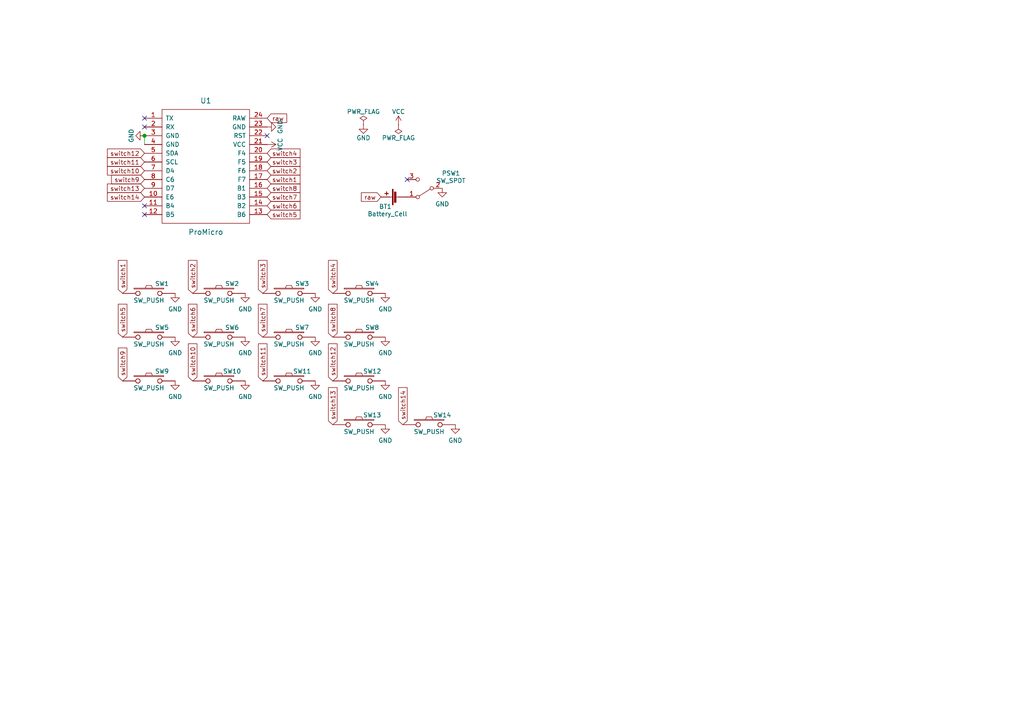
<source format=kicad_sch>
(kicad_sch (version 20211123) (generator eeschema)
  (paper "A4")
  (title_block (title "Ant") (date "2022-01-01") (rev "0.1") (company "jmnw"))
  (lib_symbols
    (symbol "Device:Battery_Cell" (pin_numbers hide) (pin_names (offset 0) hide)
      (property "Reference" "BT" (at 2.54 2.54 0))
      (property "Value" "Battery_Cell" (at 2.54 0 0))
      (symbol "Battery_Cell_0_1"
        (rectangle (start -2.286 1.778) (end 2.286 1.524) (fill (type outline)))
        (rectangle (start -1.5748 1.1938) (end 1.4732 0.6858) (fill (type outline)))
        (polyline (pts (xy 0 0.762) (xy 0 0)))
        (polyline (pts (xy 0 1.778) (xy 0 2.54)))
        (polyline (pts (xy 0.508 3.429) (xy 1.524 3.429)) (stroke (width 0.254)))
        (polyline (pts (xy 1.016 3.937) (xy 1.016 2.921)) (stroke (width 0.254)))
      )
      (symbol "Battery_Cell_1_1"
        (pin passive line (at 0 5.08 270) (length 2.54) (name "+") (number "1"))
        (pin passive line (at 0 -2.54 90) (length 2.54) (name "-") (number "2"))
      )
    )
    (symbol "Switch:SW_SPDT" (pin_names (offset 0) hide)
      (property "Reference" "SW" (at 0 4.318 0))
      (property "Value" "SW_SPDT" (at 0 -5.08 0))
      (symbol "SW_SPDT_0_0"
        (circle (center -2.032 0) (radius 0.508))
        (circle (center 2.032 -2.54) (radius 0.508))
      )
      (symbol "SW_SPDT_0_1"
        (polyline (pts (xy -1.524 0.254) (xy 1.651 2.286)))
        (circle (center 2.032 2.54) (radius 0.508))
      )
      (symbol "SW_SPDT_1_1"
        (pin passive line (at 5.08 2.54 180) (length 2.54) (name "A") (number "1"))
        (pin passive line (at -5.08 0 0) (length 2.54) (name "B") (number "2"))
        (pin passive line (at 5.08 -2.54 180) (length 2.54) (name "C") (number "3"))
      )
    )
    (symbol "bugs:ProMicro-kbd" (pin_names (offset 1.016))
      (property "Reference" "U" (at 0 24.13 0))
      (property "Value" "ProMicro-kbd" (at 0 -13.97 0))
      (symbol "ProMicro-kbd_0_1"
        (rectangle (start -12.7 21.59) (end 12.7 -11.43))
      )
      (symbol "ProMicro-kbd_1_1"
        (pin bidirectional line (at -17.78 19.05 0) (length 5.08) (name "TX") (number "1"))
        (pin bidirectional line (at -17.78 -3.81 0) (length 5.08) (name "E6") (number "10"))
        (pin bidirectional line (at -17.78 -6.35 0) (length 5.08) (name "B4") (number "11"))
        (pin bidirectional line (at -17.78 -8.89 0) (length 5.08) (name "B5") (number "12"))
        (pin bidirectional line (at 17.78 -8.89 180) (length 5.08) (name "B6") (number "13"))
        (pin bidirectional line (at 17.78 -6.35 180) (length 5.08) (name "B2") (number "14"))
        (pin bidirectional line (at 17.78 -3.81 180) (length 5.08) (name "B3") (number "15"))
        (pin bidirectional line (at 17.78 -1.27 180) (length 5.08) (name "B1") (number "16"))
        (pin bidirectional line (at 17.78 1.27 180) (length 5.08) (name "F7") (number "17"))
        (pin bidirectional line (at 17.78 3.81 180) (length 5.08) (name "F6") (number "18"))
        (pin bidirectional line (at 17.78 6.35 180) (length 5.08) (name "F5") (number "19"))
        (pin bidirectional line (at -17.78 16.51 0) (length 5.08) (name "RX") (number "2"))
        (pin bidirectional line (at 17.78 8.89 180) (length 5.08) (name "F4") (number "20"))
        (pin power_in line (at 17.78 11.43 180) (length 5.08) (name "VCC") (number "21"))
        (pin input line (at 17.78 13.97 180) (length 5.08) (name "RST") (number "22"))
        (pin power_in line (at 17.78 16.51 180) (length 5.08) (name "GND") (number "23"))
        (pin power_out line (at 17.78 19.05 180) (length 5.08) (name "RAW") (number "24"))
        (pin power_in line (at -17.78 13.97 0) (length 5.08) (name "GND") (number "3"))
        (pin power_in line (at -17.78 11.43 0) (length 5.08) (name "GND") (number "4"))
        (pin bidirectional line (at -17.78 8.89 0) (length 5.08) (name "SDA") (number "5"))
        (pin bidirectional line (at -17.78 6.35 0) (length 5.08) (name "SCL") (number "6"))
        (pin bidirectional line (at -17.78 3.81 0) (length 5.08) (name "D4") (number "7"))
        (pin bidirectional line (at -17.78 1.27 0) (length 5.08) (name "C6") (number "8"))
        (pin bidirectional line (at -17.78 -1.27 0) (length 5.08) (name "D7") (number "9"))
      )
    )
    (symbol "knott:SW_PUSH-kbd" (pin_numbers hide) (pin_names (offset 1.016) hide)
      (property "Reference" "SW" (at 3.81 2.794 0))
      (property "Value" "SW_PUSH-kbd" (at 0 -2.032 0))
      (symbol "SW_PUSH-kbd_0_1"
        (rectangle (start -4.318 1.27) (end 4.318 1.524))
        (polyline (pts (xy -1.016 1.524) (xy -0.762 2.286) (xy 0.762 2.286) (xy 1.016 1.524)))
        (pin passive inverted (at -7.62 0 0) (length 5.08) (name "1") (number "1"))
        (pin passive inverted (at 7.62 0 180) (length 5.08) (name "2") (number "2"))
      )
    )
    (symbol "power:GND" (power) (pin_names (offset 0))
      (property "Value" "GND" (at 0 -3.81 0))
      (symbol "GND_0_1"
        (polyline (pts (xy 0 0) (xy 0 -1.27) (xy 1.27 -1.27) (xy 0 -2.54) (xy -1.27 -1.27) (xy 0 -1.27)))
      )
      (symbol "GND_1_1"
        (pin power_in line (at 0 0 270) (length 0) hide (name "GND") (number "1"))
      )
    )
    (symbol "power:PWR_FLAG" (power) (pin_numbers hide) (pin_names (offset 0) hide)
      (property "Value" "PWR_FLAG" (at 0 3.81 0))
      (symbol "PWR_FLAG_0_0"
        (pin power_out line (at 0 0 90) (length 0) (name "pwr") (number "1"))
      )
      (symbol "PWR_FLAG_0_1"
        (polyline (pts (xy 0 0) (xy 0 1.27) (xy -1.016 1.905) (xy 0 2.54) (xy 1.016 1.905) (xy 0 1.27)))
      )
    )
    (symbol "power:VCC" (power) (pin_names (offset 0))
      (property "Value" "VCC" (at 0 3.81 0))
      (symbol "VCC_0_1"
        (polyline (pts (xy -0.762 1.27) (xy 0 2.54)))
        (polyline (pts (xy 0 0) (xy 0 2.54)))
        (polyline (pts (xy 0 2.54) (xy 0.762 1.27)))
      )
      (symbol "VCC_1_1"
        (pin power_in line (at 0 0 90) (length 0) hide (name "VCC") (number "1"))
      )
    )
  )
  (junction (at 41.91 39.37) (diameter 1.016))
  (no_connect (at 118.11 52.07))
  (no_connect (at 41.91 34.29))
  (no_connect (at 41.91 36.83))
  (no_connect (at 41.91 59.69))
  (no_connect (at 41.91 62.23))
  (no_connect (at 77.47 39.37))
  (wire (pts (xy 41.91 39.37) (xy 41.91 41.91)))
  (global_label "switch12" (shape input) (at 41.91 44.45 180) (property "Intersheet References" "${INTERSHEET_REFS}" (effects hide)))
  (global_label "switch8" (shape input) (at 77.47 54.61 0) (property "Intersheet References" "${INTERSHEET_REFS}" (effects hide)))
  (global_label "switch14" (shape input) (at 116.84 123.19 90) (property "Intersheet References" "${INTERSHEET_REFS}" (effects hide)))
  (global_label "switch1" (shape input) (at 77.47 52.07 0) (property "Intersheet References" "${INTERSHEET_REFS}" (effects hide)))
  (global_label "switch7" (shape input) (at 76.2 97.79 90) (property "Intersheet References" "${INTERSHEET_REFS}" (effects hide)))
  (global_label "switch7" (shape input) (at 77.47 57.15 0) (property "Intersheet References" "${INTERSHEET_REFS}" (effects hide)))
  (global_label "raw" (shape input) (at 77.47 34.29 0) (property "Intersheet References" "${INTERSHEET_REFS}" (effects hide)))
  (global_label "switch10" (shape input) (at 41.91 49.53 180) (property "Intersheet References" "${INTERSHEET_REFS}" (effects hide)))
  (global_label "switch9" (shape input) (at 35.56 110.49 90) (property "Intersheet References" "${INTERSHEET_REFS}" (effects hide)))
  (global_label "switch14" (shape input) (at 41.91 57.15 180) (property "Intersheet References" "${INTERSHEET_REFS}" (effects hide)))
  (global_label "switch11" (shape input) (at 76.2 110.49 90) (property "Intersheet References" "${INTERSHEET_REFS}" (effects hide)))
  (global_label "switch1" (shape input) (at 35.56 85.09 90) (property "Intersheet References" "${INTERSHEET_REFS}" (effects hide)))
  (global_label "switch3" (shape input) (at 76.2 85.09 90) (property "Intersheet References" "${INTERSHEET_REFS}" (effects hide)))
  (global_label "raw" (shape input) (at 110.49 57.15 180) (property "Intersheet References" "${INTERSHEET_REFS}" (effects hide)))
  (global_label "switch3" (shape input) (at 77.47 46.99 0) (property "Intersheet References" "${INTERSHEET_REFS}" (effects hide)))
  (global_label "switch12" (shape input) (at 96.52 110.49 90) (property "Intersheet References" "${INTERSHEET_REFS}" (effects hide)))
  (global_label "switch8" (shape input) (at 96.52 97.79 90) (property "Intersheet References" "${INTERSHEET_REFS}" (effects hide)))
  (global_label "switch5" (shape input) (at 35.56 97.79 90) (property "Intersheet References" "${INTERSHEET_REFS}" (effects hide)))
  (global_label "switch9" (shape input) (at 41.91 52.07 180) (property "Intersheet References" "${INTERSHEET_REFS}" (effects hide)))
  (global_label "switch4" (shape input) (at 77.47 44.45 0) (property "Intersheet References" "${INTERSHEET_REFS}" (effects hide)))
  (global_label "switch2" (shape input) (at 55.88 85.09 90) (property "Intersheet References" "${INTERSHEET_REFS}" (effects hide)))
  (global_label "switch13" (shape input) (at 41.91 54.61 180) (property "Intersheet References" "${INTERSHEET_REFS}" (effects hide)))
  (global_label "switch6" (shape input) (at 55.88 97.79 90) (property "Intersheet References" "${INTERSHEET_REFS}" (effects hide)))
  (global_label "switch5" (shape input) (at 77.47 62.23 0) (property "Intersheet References" "${INTERSHEET_REFS}" (effects hide)))
  (global_label "switch11" (shape input) (at 41.91 46.99 180) (property "Intersheet References" "${INTERSHEET_REFS}" (effects hide)))
  (global_label "switch13" (shape input) (at 96.52 123.19 90) (property "Intersheet References" "${INTERSHEET_REFS}" (effects hide)))
  (global_label "switch6" (shape input) (at 77.47 59.69 0) (property "Intersheet References" "${INTERSHEET_REFS}" (effects hide)))
  (global_label "switch4" (shape input) (at 96.52 85.09 90) (property "Intersheet References" "${INTERSHEET_REFS}" (effects hide)))
  (global_label "switch10" (shape input) (at 55.88 110.49 90) (property "Intersheet References" "${INTERSHEET_REFS}" (effects hide)))
  (global_label "switch2" (shape input) (at 77.47 49.53 0) (property "Intersheet References" "${INTERSHEET_REFS}" (effects hide)))
  (symbol (lib_id "bugs:ProMicro-kbd") (at 59.69 53.34 0) (unit 1)
    (property "Reference" "U1" (at 59.69 29.21 0) (effects (font (size 1.524 1.524))))
    (property "Value" "ProMicro" (at 59.69 67.31 0) (effects (font (size 1.524 1.524))))
    (property "Footprint" "bugs:ProMicro_jumpers" (effects hide))
  )
  (symbol (lib_id "knott:SW_PUSH-kbd") (at 43.18 85.09 0) (unit 1)
    (property "Reference" "SW1" (at 46.99 82.296 0))
    (property "Value" "SW_PUSH" (at 43.18 87.122 0))
    (property "Footprint" "bugs:Choc_reversible" (effects hide))
  )
  (symbol (lib_id "knott:SW_PUSH-kbd") (at 63.5 85.09 0) (unit 1)
    (property "Reference" "SW2" (at 67.31 82.296 0))
    (property "Value" "SW_PUSH" (at 63.5 87.122 0))
    (property "Footprint" "bugs:Choc_reversible" (effects hide))
  )
  (symbol (lib_id "knott:SW_PUSH-kbd") (at 83.82 85.09 0) (unit 1)
    (property "Reference" "SW3" (at 87.63 82.296 0))
    (property "Value" "SW_PUSH" (at 83.82 87.122 0))
    (property "Footprint" "bugs:Choc_reversible" (effects hide))
  )
  (symbol (lib_id "knott:SW_PUSH-kbd") (at 104.14 85.09 0) (unit 1)
    (property "Reference" "SW4" (at 107.95 82.296 0))
    (property "Value" "SW_PUSH" (at 104.14 87.122 0))
    (property "Footprint" "bugs:Choc_reversible" (effects hide))
  )
  (symbol (lib_id "knott:SW_PUSH-kbd") (at 43.18 97.79 0) (unit 1)
    (property "Reference" "SW5" (at 46.99 94.996 0))
    (property "Value" "SW_PUSH" (at 43.18 99.822 0))
    (property "Footprint" "bugs:Choc_reversible" (effects hide))
  )
  (symbol (lib_id "knott:SW_PUSH-kbd") (at 63.5 97.79 0) (unit 1)
    (property "Reference" "SW6" (at 67.31 94.996 0))
    (property "Value" "SW_PUSH" (at 63.5 99.822 0))
    (property "Footprint" "bugs:Choc_reversible" (effects hide))
  )
  (symbol (lib_id "knott:SW_PUSH-kbd") (at 83.82 97.79 0) (unit 1)
    (property "Reference" "SW7" (at 87.63 94.996 0))
    (property "Value" "SW_PUSH" (at 83.82 99.822 0))
    (property "Footprint" "bugs:Choc_reversible" (effects hide))
  )
  (symbol (lib_id "knott:SW_PUSH-kbd") (at 104.14 97.79 0) (unit 1)
    (property "Reference" "SW8" (at 107.95 94.996 0))
    (property "Value" "SW_PUSH" (at 104.14 99.822 0))
    (property "Footprint" "bugs:Choc_reversible" (effects hide))
  )
  (symbol (lib_id "knott:SW_PUSH-kbd") (at 104.14 123.19 0) (unit 1)
    (property "Reference" "SW13" (at 107.95 120.396 0))
    (property "Value" "SW_PUSH" (at 104.14 125.222 0))
    (property "Footprint" "bugs:Choc_reversible" (effects hide))
  )
  (symbol (lib_id "knott:SW_PUSH-kbd") (at 124.46 123.19 0) (unit 1)
    (property "Reference" "SW14" (at 128.27 120.396 0))
    (property "Value" "SW_PUSH" (at 124.46 125.222 0))
    (property "Footprint" "bugs:Choc_reversible" (effects hide))
  )
  (symbol (lib_id "power:GND") (at 77.47 36.83 90) (unit 1)
    (property "Reference" "#PWR01" (effects hide))
    (property "Value" "GND" (at 81.28 36.83 0))
  )
  (symbol (lib_id "power:VCC") (at 77.47 41.91 270) (unit 1)
    (property "Reference" "#PWR023" (effects hide))
    (property "Value" "VCC" (at 81.28 41.91 0))
  )
  (symbol (lib_id "power:GND") (at 41.91 39.37 270) (unit 1)
    (property "Reference" "#PWR02" (effects hide))
    (property "Value" "GND" (at 38.1 39.37 0))
  )
  (symbol (lib_id "power:GND") (at 105.41 36.195 0) (unit 1)
    (property "Reference" "#PWR03" (effects hide))
    (property "Value" "GND" (at 105.41 40.005 0))
  )
  (symbol (lib_id "power:VCC") (at 115.57 36.195 0) (unit 1)
    (property "Reference" "#PWR04" (effects hide))
    (property "Value" "VCC" (at 115.57 32.385 0))
  )
  (symbol (lib_id "power:PWR_FLAG") (at 115.57 36.195 180) (unit 1)
    (property "Reference" "#FLG05" (effects hide))
    (property "Value" "PWR_FLAG" (at 115.57 40.005 0))
  )
  (symbol (lib_id "power:PWR_FLAG") (at 105.41 36.195 0) (unit 1)
    (property "Reference" "#FLG06" (effects hide))
    (property "Value" "PWR_FLAG" (at 105.41 32.385 0))
  )
  (symbol (lib_id "Switch:SW_SPDT") (at 123.19 54.61 180) (unit 1)
    (property "Reference" "PSW1" (at 130.81 50.2624 0))
    (property "Value" "SW_SPDT" (at 130.81 52.4025 0))
    (property "Footprint" "bugs:Power_reversible" (effects hide))
  )
  (symbol (lib_id "power:GND") (at 111.76 123.19 0) (unit 1)
    (property "Reference" "#PWR017" (effects hide))
    (property "Value" "GND" (at 111.76 127.7526 0))
  )
  (symbol (lib_id "power:GND") (at 50.8 97.79 0) (unit 1)
    (property "Reference" "#PWR09" (effects hide))
    (property "Value" "GND" (at 50.8 102.3526 0))
  )
  (symbol (lib_id "power:GND") (at 71.12 110.49 0) (unit 1)
    (property "Reference" "#PWR014" (effects hide))
    (property "Value" "GND" (at 71.12 115.0526 0))
  )
  (symbol (lib_id "power:GND") (at 132.08 123.19 0) (unit 1)
    (property "Reference" "#PWR018" (effects hide))
    (property "Value" "GND" (at 132.08 127.7526 0))
  )
  (symbol (lib_id "knott:SW_PUSH-kbd") (at 63.5 110.49 0) (unit 1)
    (property "Reference" "SW10" (at 67.31 107.696 0))
    (property "Value" "SW_PUSH" (at 63.5 112.522 0))
    (property "Footprint" "bugs:Choc_reversible" (effects hide))
  )
  (symbol (lib_id "knott:SW_PUSH-kbd") (at 104.14 110.49 0) (unit 1)
    (property "Reference" "SW12" (at 107.95 107.696 0))
    (property "Value" "SW_PUSH" (at 104.14 112.522 0))
    (property "Footprint" "bugs:Choc_reversible" (effects hide))
  )
  (symbol (lib_id "power:GND") (at 50.8 110.49 0) (unit 1)
    (property "Reference" "#PWR013" (effects hide))
    (property "Value" "GND" (at 50.8 115.0526 0))
  )
  (symbol (lib_id "power:GND") (at 111.76 110.49 0) (unit 1)
    (property "Reference" "#PWR016" (effects hide))
    (property "Value" "GND" (at 111.76 115.0526 0))
  )
  (symbol (lib_id "knott:SW_PUSH-kbd") (at 43.18 110.49 0) (unit 1)
    (property "Reference" "SW9" (at 46.99 107.696 0))
    (property "Value" "SW_PUSH" (at 43.18 112.522 0))
    (property "Footprint" "bugs:Choc_reversible" (effects hide))
  )
  (symbol (lib_id "power:GND") (at 71.12 97.79 0) (unit 1)
    (property "Reference" "#PWR010" (effects hide))
    (property "Value" "GND" (at 71.12 102.3526 0))
  )
  (symbol (lib_id "power:GND") (at 128.27 54.61 0) (unit 1)
    (property "Reference" "#PWR0101" (effects hide))
    (property "Value" "GND" (at 128.27 59.1726 0))
  )
  (symbol (lib_id "power:GND") (at 91.44 97.79 0) (unit 1)
    (property "Reference" "#PWR011" (effects hide))
    (property "Value" "GND" (at 91.44 102.3526 0))
  )
  (symbol (lib_id "power:GND") (at 50.8 85.09 0) (unit 1)
    (property "Reference" "#PWR05" (effects hide))
    (property "Value" "GND" (at 50.8 89.6526 0))
  )
  (symbol (lib_id "power:GND") (at 91.44 110.49 0) (unit 1)
    (property "Reference" "#PWR015" (effects hide))
    (property "Value" "GND" (at 91.44 115.0526 0))
  )
  (symbol (lib_id "power:GND") (at 91.44 85.09 0) (unit 1)
    (property "Reference" "#PWR07" (effects hide))
    (property "Value" "GND" (at 91.44 89.6526 0))
  )
  (symbol (lib_id "Device:Battery_Cell") (at 115.57 57.15 90) (unit 1)
    (property "Reference" "BT1" (at 111.76 59.9144 90))
    (property "Value" "Battery_Cell" (at 112.395 62.0545 90))
    (property "Footprint" "bugs:Battery_pads_reversible" (effects hide))
  )
  (symbol (lib_id "power:GND") (at 111.76 85.09 0) (unit 1)
    (property "Reference" "#PWR08" (effects hide))
    (property "Value" "GND" (at 111.76 89.6526 0))
  )
  (symbol (lib_id "power:GND") (at 71.12 85.09 0) (unit 1)
    (property "Reference" "#PWR06" (effects hide))
    (property "Value" "GND" (at 71.12 89.6526 0))
  )
  (symbol (lib_id "knott:SW_PUSH-kbd") (at 83.82 110.49 0) (unit 1)
    (property "Reference" "SW11" (at 87.63 107.696 0))
    (property "Value" "SW_PUSH" (at 83.82 112.522 0))
    (property "Footprint" "bugs:Choc_reversible" (effects hide))
  )
  (symbol (lib_id "power:GND") (at 111.76 97.79 0) (unit 1)
    (property "Reference" "#PWR012" (effects hide))
    (property "Value" "GND" (at 111.76 102.3526 0))
  )
)
</source>
